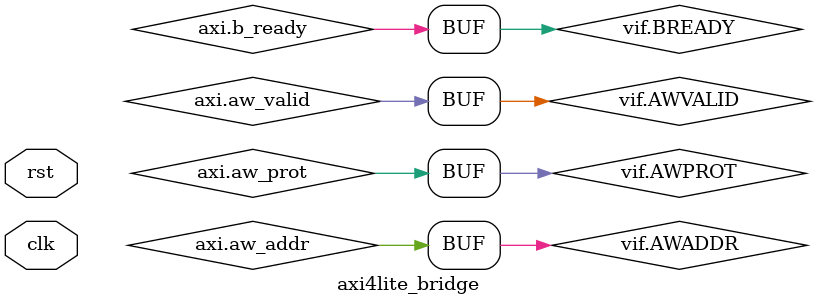
<source format=sv>

`timescale 1ns/1ps



module axi4lite_bridge (
  input  logic clk,
  input  logic rst,                     // aktif-yüksek, şimdilik kullanmıyoruz
  uvm_axi4lite_if            vif,
  AXI_LITE.Master            axi        // DUT’a giden master modport
);

  // Write address
  assign axi.aw_addr  = vif.AWADDR;
  assign axi.aw_prot  = vif.AWPROT;
  assign axi.aw_valid = vif.AWVALID;
  assign vif.AWREADY  = axi.aw_ready;

  // Write data
  assign axi.w_data   = vif.WDATA;
  assign axi.w_strb   = vif.WSTRB;
  assign axi.w_valid  = vif.WVALID;
  assign vif.WREADY   = axi.w_ready;

  // Write response
  assign vif.BRESP    = axi.b_resp;
  assign vif.BVALID   = axi.b_valid;
  assign axi.b_ready  = vif.BREADY;

  // Read address
  assign axi.ar_addr  = vif.ARADDR;
  assign axi.ar_prot  = vif.ARPROT;
  assign axi.ar_valid = vif.ARVALID;
  assign vif.ARREADY  = axi.ar_ready;

  // Read data
  assign vif.RDATA    = axi.r_data;
  assign vif.RRESP    = axi.r_resp;
  assign vif.RVALID   = axi.r_valid;
  assign axi.r_ready  = vif.RREADY;

endmodule

</source>
